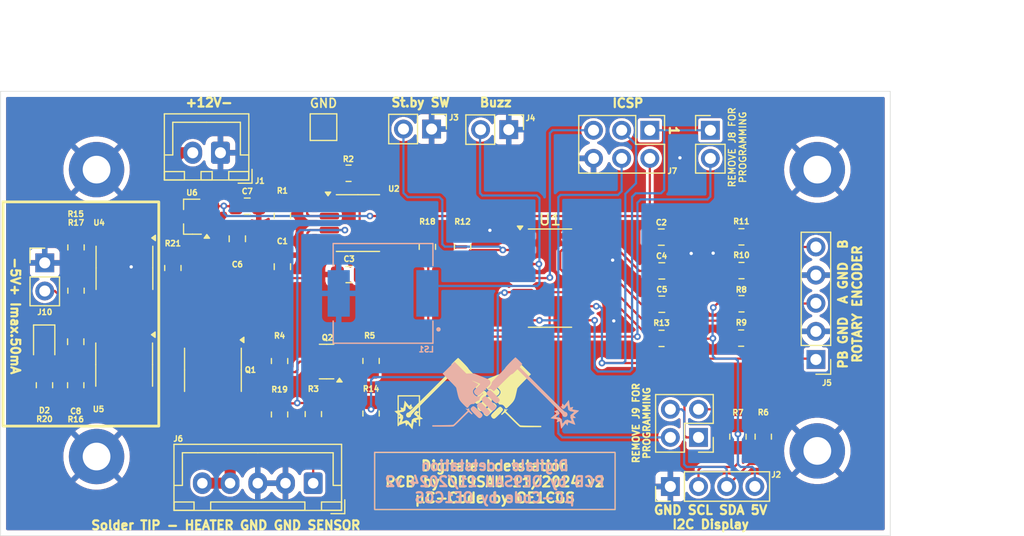
<source format=kicad_pcb>
(kicad_pcb (version 20240108) (generator "pcbnew") (generator_version "8.0")
  (layers (0 "F.Cu" signal) (31 "B.Cu" signal) (34 "B.Paste" user) (35 "F.Paste" user) (36 "B.SilkS" user "B.Silkscreen") (37 "F.SilkS" user "F.Silkscreen") (38 "B.Mask" user) (39 "F.Mask" user) (44 "Edge.Cuts" user))
  (net 0 "")
  (net 1 "GND")
  (net 2 "Net-(U2-+)")
  (net 3 "+5V")
  (net 4 "Net-(U1-PA3)")
  (net 5 "+12V")
  (net 6 "Net-(J2-Pin_2)")
  (net 7 "Net-(J2-Pin_3)")
  (net 8 "Net-(J3-Pin_2)")
  (net 9 "Net-(J4-Pin_2)")
  (net 10 "Net-(J5-Pin_1)")
  (net 11 "Net-(J5-Pin_3)")
  (net 12 "Net-(J5-Pin_5)")
  (net 13 "Net-(J6-Pin_4)")
  (net 14 "Net-(J6-Pin_1)")
  (net 15 "Net-(J8-Pin_2)")
  (net 16 "Net-(J7-MISO)")
  (net 17 "Net-(Q1-G)")
  (net 18 "Net-(Q2-G)")
  (net 19 "Net-(U2--)")
  (net 20 "Net-(R18-Pad1)")
  (net 24 "Net-(J7-~{RST})")
  (net 25 "Net-(U1-AREF{slash}PA0)")
  (net 26 "Net-(U1-PA1)")
  (net 27 "Net-(U1-PB2)")
  (net 28 "Net-(D1-A)")
  (net 30 "Net-(J7-MOSI)")
  (net 31 "Net-(J7-SCK)")
  (net 32 "Net-(U5-ADJ)")
  (net 33 "Net-(R15-Pad1)")
  (net 38 "Net-(J10-Pin_2)")
  (net 39 "Net-(D2-A)")
  (net 40 "Net-(U4-ADJ)")
  (net 41 "Net-(U4-VI)")
  (footprint "Resistor_SMD:R_0805_2012Metric_Pad1.20x1.40mm_HandSolder" (layer "F.Cu") (at 139.2174 85.6648 90)
    (property "Reference" "R12")
    (property "Value" "10k")
  )
  (footprint "Capacitor_SMD:C_0805_2012Metric_Pad1.18x1.45mm_HandSolder" (layer "F.Cu") (at 128.9597 88.17 180)
    (property "Reference" "C3")
    (property "Value" "10nF")
  )
  (footprint "Resistor_SMD:R_0805_2012Metric_Pad1.20x1.40mm_HandSolder" (layer "F.Cu") (at 125.7554 100.7712 90)
    (property "Reference" "R3")
    (property "Value" "5K6")
  )
  (footprint "Resistor_SMD:R_0805_2012Metric_Pad1.20x1.40mm_HandSolder" (layer "F.Cu") (at 164.3794 87.8144)
    (property "Reference" "R10")
    (property "Value" "10k")
  )
  (footprint "Resistor_SMD:R_0805_2012Metric_Pad1.20x1.40mm_HandSolder" (layer "F.Cu") (at 104.3432 85.7186 -90)
    (property "Reference" "R15")
    (property "Value" "27")
  )
  (footprint "Capacitor_SMD:C_0805_2012Metric_Pad1.18x1.45mm_HandSolder" (layer "F.Cu") (at 157.1889 90.8498 180)
    (property "Reference" "C5")
    (property "Value" "10nF")
  )
  (footprint "MountingHole:MountingHole_2.5mm_Pad" (layer "F.Cu") (at 106.1974 78.6958)
    (property "Reference" "H1" (hide yes))
    (property "Value" "MountingHole_Pad" (hide yes))
  )
  (footprint "Resistor_SMD:R_0805_2012Metric_Pad1.20x1.40mm_HandSolder" (layer "F.Cu") (at 104.3432 89.6272 -90)
    (property "Reference" "R17")
    (property "Value" "750")
  )
  (footprint "Resistor_SMD:R_0805_2012Metric_Pad1.20x1.40mm_HandSolder" (layer "F.Cu") (at 136.0424 85.6714 -90)
    (property "Reference" "R18")
    (property "Value" "5K6")
  )
  (footprint "Connector_PinHeader_2.54mm:PinHeader_1x04_P2.54mm_Vertical" (layer "F.Cu") (at 157.9626 107.3089 90)
    (property "Reference" "J2")
    (property "Value" "I2C")
  )
  (footprint "Resistor_SMD:R_0805_2012Metric_Pad1.20x1.40mm_HandSolder" (layer "F.Cu") (at 122.7074 95.9802 -90)
    (property "Reference" "R4")
    (property "Value" "10K")
  )
  (footprint "Resistor_SMD:R_0805_2012Metric_Pad1.20x1.40mm_HandSolder" (layer "F.Cu") (at 113.0808 87.5792 90)
    (property "Reference" "R21")
    (property "Value" "0")
  )
  (footprint "Resistor_SMD:R_0805_2012Metric_Pad1.20x1.40mm_HandSolder" (layer "F.Cu") (at 130.9624 95.9706 90)
    (property "Reference" "R5")
    (property "Value" "1K")
  )
  (footprint "Package_TO_SOT_SMD:SOT-23" (layer "F.Cu") (at 126.9469 96.0272 180)
    (property "Reference" "Q2")
    (property "Value" "IRLML2060")
  )
  (footprint "Resistor_SMD:R_0805_2012Metric_Pad1.20x1.40mm_HandSolder" (layer "F.Cu") (at 122.7074 100.8032 90)
    (property "Reference" "R19")
    (property "Value" "100k")
  )
  (footprint "Connector_PinHeader_2.54mm:PinHeader_1x02_P2.54mm_Vertical" (layer "F.Cu") (at 161.5694 75.1398)
    (property "Reference" "J8" (hide yes))
    (property "Value" "PROG-JUMP")
  )
  (footprint "Connector_PinHeader_2.54mm:PinHeader_1x02_P2.54mm_Vertical" (layer "F.Cu") (at 143.383 75.0824 -90)
    (property "Reference" "J4")
    (property "Value" "Buzz")
  )
  (footprint "MountingHole:MountingHole_2.5mm_Pad" (layer "F.Cu") (at 106.1974 104.6038)
    (property "Reference" "H3" (hide yes))
    (property "Value" "MountingHole_Pad" (hide yes))
  )
  (footprint "Connector_PinHeader_2.54mm:PinHeader_2x03_P2.54mm_Vertical" (layer "F.Cu") (at 156.1084 75.1398 -90)
    (property "Reference" "J7")
    (property "Value" "ISP")
  )
  (footprint "Package_TO_SOT_SMD:SOT-23_Handsoldering" (layer "F.Cu") (at 114.8066 82.9478 180)
    (property "Reference" "U6")
    (property "Value" "MCP1703Ax-120xxTT")
  )
  (footprint "Package_SO:SOIC-8_3.9x4.9mm_P1.27mm" (layer "F.Cu") (at 108.6866 96.3026 -90)
    (property "Reference" "U5")
    (property "Value" "LM317L_SO8")
  )
  (footprint "Connector_JST:JST_XH_B2B-XH-A_1x02_P2.50mm_Vertical" (layer "F.Cu") (at 117.3734 77.1718 180)
    (property "Reference" "J1")
    (property "Value" "12V POW")
  )
  (footprint "Capacitor_SMD:C_0805_2012Metric_Pad1.18x1.45mm_HandSolder" (layer "F.Cu") (at 122.9614 87.4588 90)
    (property "Reference" "C1")
    (property "Value" "10nF")
  )
  (footprint "Package_SO:SO-8_3.9x4.9mm_P1.27mm" (layer "F.Cu") (at 129.7782 83.5218)
    (property "Reference" "U2")
    (property "Value" "OPA336Ux")
  )
  (footprint "MountingHole:MountingHole_2.5mm_Pad" (layer "F.Cu") (at 171.2214 104.0958)
    (property "Reference" "H2" (hide yes))
    (property "Value" "MountingHole_Pad" (hide yes))
  )
  (footprint "Capacitor_SMD:C_0805_2012Metric_Pad1.18x1.45mm_HandSolder" (layer "F.Cu") (at 157.1889 87.8398)
    (property "Reference" "C4")
    (property "Value" "10nF")
  )
  (footprint "Resistor_SMD:R_0805_2012Metric_Pad1.20x1.40mm_HandSolder" (layer "F.Cu") (at 164.3794 90.8116 180)
    (property "Reference" "R8")
    (property "Value" "10k")
  )
  (footprint "Package_SO:SOIC-8_3.9x4.9mm_P1.27mm" (layer "F.Cu") (at 116.695 96.7734 -90)
    (property "Reference" "Q1")
    (property "Value" "IRF7416")
  )
  (footprint "Connector_PinHeader_2.54mm:PinHeader_1x02_P2.54mm_Vertical" (layer "F.Cu") (at 101.5238 87.117)
    (property "Reference" "J10")
    (property "Value" "5V/50mA")
  )
  (footprint "Resistor_SMD:R_0805_2012Metric_Pad1.20x1.40mm_HandSolder" (layer "F.Cu") (at 164.3474 93.9104 180)
    (property "Reference" "R9")
    (property "Value" "10k")
  )
  (footprint "Resistor_SMD:R_0805_2012Metric_Pad1.20x1.40mm_HandSolder" (layer "F.Cu") (at 130.9624 100.7204 90)
    (property "Reference" "R14")
    (property "Value" "10k")
  )
  (footprint "Resistor_SMD:R_0805_2012Metric_Pad1.20x1.40mm_HandSolder" (layer "F.Cu") (at 101.4984 98.1616 -90)
    (property "Reference" "R20")
    (property "Value" "10k")
  )
  (footprint "Resistor_SMD:R_0805_2012Metric_Pad1.20x1.40mm_HandSolder" (layer "F.Cu") (at 164.0586 102.8098 90)
    (property "Reference" "R7")
    (property "Value" "4k7")
  )
  (footprint "Capacitor_SMD:C_0805_2012Metric_Pad1.18x1.45mm_HandSolder" (layer "F.Cu") (at 119.7903 81.9978)
    (property "Reference" "C7")
    (property "Value" "1uF")
  )
  (footprint "Resistor_SMD:R_0805_2012Metric_Pad1.20x1.40mm_HandSolder" (layer "F.Cu") (at 128.9304 79.026)
    (property "Reference" "R2")
    (property "Value" "68k")
  )
  (footprint "Resistor_SMD:R_0805_2012Metric_Pad1.20x1.40mm_HandSolder" (layer "F.Cu") (at 122.9614 82.8708 90)
    (property "Reference" "R1")
    (property "Value" "100R")
  )
  (footprint "LED_SMD:LED_0805_2012Metric" (layer "F.Cu") (at 134.366 100.8103 -90)
    (property "Reference" "D1" (hide yes))
    (property "Value" "LED" (hide yes))
  )
  (footprint "Resistor_SMD:R_0805_2012Metric_Pad1.20x1.40mm_HandSolder" (layer "F.Cu") (at 104.3178 98.1616 -90)
    (property "Reference" "R16")
    (property "Value" "240")
  )
  (footprint "Resistor_SMD:R_0805_2012Metric_Pad1.20x1.40mm_HandSolder" (layer "F.Cu") (at 164.3728 84.7664 180)
    (property "Reference" "R11")
    (property "Value" "10k")
  )
  (footprint "Capacitor_SMD:C_0805_2012Metric_Pad1.18x1.45mm_HandSolder" (layer "F.Cu") (at 104.3178 94.2367 90)
    (property "Reference" "C8")
    (property "Value" "1uF")
  )
  (footprint "LED_SMD:LED_0805_2012Metric" (layer "F.Cu") (at 101.473 94.4118 -90)
    (property "Reference" "D2")
    (property "Value" "LED")
  )
  (footprint "Capacitor_SMD:C_0805_2012Metric_Pad1.18x1.45mm_HandSolder" (layer "F.Cu") (at 118.8974 84.9403 90)
    (property "Reference" "C6")
    (property "Value" "1uF")
  )
  (footprint "TestPoint:TestPoint_Pad_2.0x2.0mm" (layer "F.Cu") (at 126.6698 74.8604)
    (property "Reference" "GND")
    (property "Value" "GND")
  )
  (footprint "Connector_PinHeader_2.54mm:PinHeader_1x02_P2.54mm_Vertical" (layer "F.Cu") (at 136.4234 75.0316 -90)
    (property "Reference" "J3")
    (property "Value" "Std.by")
  )
  (footprint "LOGO" (layer "F.Cu") (at 139.8524 98.7552)
    (property "Reference" "G10" (hide yes))
    (property "Value" "LOGO" (hide yes))
  )
  (footprint "Package_SO:SOIC-8_3.9x4.9mm_P1.27mm" (layer "F.Cu") (at 108.712 87.565 -90)
    (property "Reference" "U4")
    (property "Value" "LM317L_SO8")
  )
  (footprint "Package_SO:SOIC-14_3.9x8.7mm_P1.27mm" (layer "F.Cu") (at 147.1026 88.4936)
    (property "Reference" "U1")
    (property "Value" "ATtiny84-20SS")
  )
  (footprint "Connector_PinHeader_2.54mm:PinHeader_1x05_P2.54mm_Vertical" (layer "F.Cu") (at 171.0944 95.8408 180)
    (property "Reference" "J5")
    (property "Value" "Conn_01x05_Pin")
  )
  (footprint "Resistor_SMD:R_0805_2012Metric_Pad1.20x1.40mm_HandSolder" (layer "F.Cu") (at 166.3446 102.8098 90)
    (property "Reference" "R6")
    (property "Value" "4k7")
  )
  (footprint "MountingHole:MountingHole_2.5mm_Pad" (layer "F.Cu") (at 171.2214 78.6958)
    (property "Reference" "H4" (hide yes))
    (property "Value" "MountingHole_Pad" (hide yes))
  )
  (footprint "Resistor_SMD:R_0805_2012Metric_Pad1.20x1.40mm_HandSolder" (layer "F.Cu") (at 157.1674 93.9358)
    (property "Reference" "R13")
    (property "Value" "10k")
  )
  (footprint "Connector_JST:JST_XH_B5B-XH-A_1x05_P2.50mm_Vertical" (layer "F.Cu") (at 125.7408 107.0102 180)
    (property "Reference" "J6")
    (property "Value" "Tip")
  )
  (footprint "Capacitor_SMD:C_0805_2012Metric_Pad1.18x1.45mm_HandSolder" (layer "F.Cu") (at 157.1459 84.7918)
    (property "Reference" "C2")
    (property "Value" "100nF")
  )
  (footprint "Connector_PinHeader_2.54mm:PinHeader_2x02_P2.54mm_Vertical" (layer "F.Cu") (at 160.5026 102.8766 180)
    (property "Reference" "J9" (hide yes))
    (property "Value" "PROG-JUMP2")
  )
  (footprint "LOGO" (layer "B.Cu") (at 142.948334 98.7044 180)
    (property "Reference" "G10" (hide yes))
    (property "Value" "LOGO" (hide yes))
  )
  (footprint "CPT-9019S-SMT:CUI_CPT-9019S-SMT" (layer "B.Cu") (at 132.0424 89.8718 90)
    (property "Reference" "LS1")
    (property "Value" "CPT-9019S-SMT" (hide yes))
  )
  (gr_rect (start 97.7646 81.6102) (end 111.8108 101.854) (stroke (width 0.25)) (fill none) (layer "F.SilkS"))
  (gr_line (start 97.536 71.628) (end 177.8 71.628) (stroke (width 0.05)) (layer "Edge.Cuts"))
  (gr_line (start 177.8 71.628) (end 177.8 111.76) (stroke (width 0.05)) (layer "Edge.Cuts"))
  (gr_line (start 177.8 111.76) (end 97.536 111.76) (stroke (width 0.05)) (layer "Edge.Cuts"))
  (gr_line (start 97.536 111.76) (end 97.536 71.628) (stroke (width 0.05)) (layer "Edge.Cuts"))
  (gr_text "REMOVE J8 FOR\nPROGRAMMING" (at 164.846 76.6826 90) (layer "F.SilkS") (effects (font (size 0.6 0.6) (thickness 0.12) (bold yes)) (justify bottom)))
  (gr_text "1" (at 157.8102 74.6572 -90) (layer "F.SilkS") (effects (font (size 0.8 0.8) (thickness 0.2) (bold yes)) (justify left bottom)))
  (gr_text "ICSP" (at 152.6286 73.1586 0) (layer "F.SilkS") (effects (font (size 0.8 0.8) (thickness 0.2) (bold yes)) (justify left bottom)))
  (gr_text "PB GND  A GND  B\nROTARY ENCODER" (at 175.2854 90.837 90) (layer "F.SilkS") (effects (font (size 0.8 0.8) (thickness 0.2) (bold yes)) (justify bottom)))
  (gr_text "REMOVE J9 FOR\nPROGRAMMING" (at 156.1846 101.5812 90) (layer "F.SilkS") (effects (font (size 0.6 0.6) (thickness 0.15) (bold yes)) (justify bottom)))
  (gr_text "Solder TIP - HEATER GND GND SENSOR" (at 117.856 111.2774 0) (layer "F.SilkS") (effects (font (size 0.8 0.8) (thickness 0.2) (bold yes)) (justify bottom)))
  (gr_text "St.by SW" (at 132.6896 73.1012 0) (layer "F.SilkS") (effects (font (size 0.8 0.8) (thickness 0.2) (bold yes)) (justify left bottom)))
  (gr_text "GND SCL SDA 5V\nI2C Display" (at 161.5948 111.1951 0) (layer "F.SilkS") (effects (font (size 0.8 0.8) (thickness 0.2) (bold yes)) (justify bottom)))
  (gr_text "-5V+ Imax.50mA" (at 98.3996 86.5124 270) (layer "F.SilkS") (effects (font (size 0.8 0.8) (thickness 0.2) (bold yes)) (justify left bottom)))
  (gr_text "Buzz" (at 140.6652 73.1012 0) (layer "F.SilkS") (effects (font (size 0.8 0.8) (thickness 0.2) (bold yes)) (justify left bottom)))
  (gr_text "+12V-" (at 114.1222 73.1078 0) (layer "F.SilkS") (effects (font (size 0.8 0.8) (thickness 0.2) (bold yes)) (justify left bottom)))
  (gr_text_box "Digitale Loetstation\nPCB by OE9SAU 11/2024 v2\nµC-Code by OE1CGS" (start 131.2672 104.2162) (end 152.9588 109.3724) (layer "B.SilkS") (effects (font (size 0.9 0.9) (thickness 0.2) (bold yes)) (justify top mirror)) (border yes) (stroke (width 0.1)))
  (gr_text_box "Digitale Loetstation\nPCB by OE9SAU 11/2024 v2\nµC-Code by OE1CGS" (start 131.2926 104.2416) (end 152.9842 109.3978) (layer "F.SilkS") (effects (font (size 0.9 0.9) (thickness 0.2) (bold yes)) (justify top)) (border yes) (stroke (width 0.1)))
  (segment (start 120.7408 107.347) (end 120.7538 107.36) (width 1) (layer "F.Cu") (net 1))
  (via (at 161.8234 86.2396) (size 0.6) (drill 0.3) (layers "F.Cu" "B.Cu") (net 1))
  (via (at 152.7556 86.868) (size 0.6) (drill 0.3) (layers "F.Cu" "B.Cu") (net 1))
  (via (at 109.3216 87.4776) (size 0.6) (drill 0.3) (layers "F.Cu" "B.Cu") (net 1))
  (via (at 159.8422 86.265) (size 0.6) (drill 0.3) (layers "F.Cu" "B.Cu") (net 1))
  (via (at 152.8572 92.3544) (size 0.6) (drill 0.3) (layers "F.Cu" "B.Cu") (net 1))
  (via (at 141.6812 84.1756) (size 0.6) (drill 0.3) (layers "F.Cu" "B.Cu") (net 1))
  (via (at 158.8262 77.629) (size 0.6) (drill 0.3) (layers "F.Cu" "B.Cu") (net 1))
  (segment (start 124.2756 99.8032) (end 124.3076 99.7712) (width 0.2) (layer "F.Cu") (net 2))
  (segment (start 124.9465 88.4963) (end 122.9614 88.4963) (width 0.2) (layer "F.Cu") (net 2))
  (segment (start 122.7074 99.8032) (end 124.2756 99.8032) (width 0.2) (layer "F.Cu") (net 2))
  (segment (start 125.222 88.2208) (end 124.9465 88.4963) (width 0.2) (layer "F.Cu") (net 2))
  (segment (start 125.222 84.4108) (end 125.222 88.2208) (width 0.2) (layer "F.Cu") (net 2))
  (segment (start 124.3076 99.7712) (end 125.7554 99.7712) (width 0.2) (layer "F.Cu") (net 2))
  (segment (start 125.476 84.1568) (end 125.222 84.4108) (width 0.2) (layer "F.Cu") (net 2))
  (segment (start 128.6002 84.1568) (end 125.476 84.1568) (width 0.2) (layer "F.Cu") (net 2))
  (via (at 124.3076 99.7712) (size 0.6) (drill 0.3) (layers "F.Cu" "B.Cu") (net 2))
  (via (at 128.6002 84.1568) (size 0.6) (drill 0.3) (layers "F.Cu" "B.Cu") (net 2))
  (segment (start 124.3076 84.4296) (end 124.5804 84.1568) (width 0.2) (layer "B.Cu") (net 2))
  (segment (start 124.5804 84.1568) (end 128.6002 84.1568) (width 0.2) (layer "B.Cu") (net 2))
  (segment (start 124.3076 99.7712) (end 124.3076 84.4296) (width 0.2) (layer "B.Cu") (net 2))
  (segment (start 164.3888 83.1662) (end 164.1348 82.9122) (width 0.2) (layer "F.Cu") (net 3))
  (segment (start 143.9887 82.8907) (end 156.1084 82.8907) (width 0.2) (layer "F.Cu") (net 3))
  (segment (start 116.3066 81.9978) (end 117.6528 81.9978) (width 0.2) (layer "F.Cu") (net 3))
  (segment (start 158.192 93.9604) (end 161.7734 93.9604) (width 0.2) (layer "F.Cu") (net 3))
  (segment (start 132.8706 82.8868) (end 132.8745 82.8907) (width 0.2) (layer "F.Cu") (net 3))
  (segment (start 139.2174 82.9161) (end 139.192 82.8907) (width 0.2) (layer "F.Cu") (net 3))
  (segment (start 162.2044 90.7862) (end 163.3794 90.7862) (width 0.2) (layer "F.Cu") (net 3))
  (segment (start 130.8608 82.8868) (end 132.8706 82.8868) (width 0.2) (layer "F.Cu") (net 3))
  (segment (start 158.1674 93.9358) (end 158.192 93.9604) (width 0.2) (layer "F.Cu") (net 3))
  (segment (start 161.8361 91.1545) (end 162.2044 90.7862) (width 0.2) (layer "F.Cu") (net 3))
  (segment (start 161.7734 93.9604) (end 161.798 93.9358) (width 0.2) (layer "F.Cu") (net 3))
  (segment (start 139.192 82.8907) (end 143.9887 82.8907) (width 0.2) (layer "F.Cu") (net 3))
  (segment (start 156.1084 77.6798) (end 156.1084 78.8315) (width 0.2) (layer "F.Cu") (net 3))
  (segment (start 117.6782 81.9724) (end 117.7036 81.9978) (width 0.2) (layer "F.Cu") (net 3))
  (segment (start 144.526 82.8907) (end 143.9887 82.8907) (width 0.2) (layer "F.Cu") (net 3))
  (segment (start 156.1084 84.7918) (end 156.1084 82.8907) (width 0.2) (layer "F.Cu") (net 3))
  (segment (start 117.6528 81.9978) (end 117.6782 81.9724) (width 0.2) (layer "F.Cu") (net 3))
  (segment (start 166.3446 101.8098) (end 164.0586 101.8098) (width 0.2) (layer "F.Cu") (net 3))
  (segment (start 163.3794 90.7862) (end 163.3794 87.8144) (width 0.2) (layer "F.Cu") (net 3))
  (segment (start 163.3794 87.8144) (end 164.3888 86.805) (width 0.2) (layer "F.Cu") (net 3))
  (segment (start 164.3888 86.805) (end 164.3888 83.1662) (width 0.2) (layer "F.Cu") (net 3))
  (segment (start 164.0586 102.5652) (end 164.0586 101.8098) (width 0.2) (layer "F.Cu") (net 3))
  (segment (start 117.7036 81.9978) (end 118.7528 81.9978) (width 0.2) (layer "F.Cu") (net 3))
  (segment (start 156.1084 78.8315) (end 156.1084 82.8907) (width 0.2) (layer "F.Cu") (net 3))
  (segment (start 144.526 84.6648) (end 144.526 82.8907) (width 0.2) (layer "F.Cu") (net 3))
  (segment (start 164.1133 82.8907) (end 164.2618 83.0392) (width 0.2) (layer "F.Cu") (net 3))
  (segment (start 139.2174 84.6648) (end 139.2174 82.9161) (width 0.2) (layer "F.Cu") (net 3))
  (segment (start 156.1084 82.8907) (end 164.1133 82.8907) (width 0.2) (layer "F.Cu") (net 3))
  (segment (start 158.1674 93.9358) (end 158.6728 94.4412) (width 0.2) (layer "F.Cu") (net 3))
  (segment (start 132.8745 82.8907) (end 139.192 82.8907) (width 0.2) (layer "F.Cu") (net 3))
  (via (at 161.8361 91.1545) (size 0.6) (drill 0.3) (layers "F.Cu" "B.Cu") (net 3))
  (via (at 161.798 93.9358) (size 0.6) (drill 0.3) (layers "F.Cu" "B.Cu") (net 3))
  (via (at 117.6782 81.9724) (size 0.6) (drill 0.3) (layers "F.Cu" "B.Cu") (net 3))
  (via (at 164.0586 102.5652) (size 0.6) (drill 0.3) (layers "F.Cu" "B.Cu") (net 3))
  (via (at 130.8608 82.8868) (size 0.6) (drill 0.3) (layers "F.Cu" "B.Cu") (net 3))
  (segment (start 164.3126 105.5436) (end 164.0586 105.2896) (width 0.2) (layer "B.Cu") (net 3))
  (segment (start 165.5826 107.3089) (end 165.5826 105.7722) (width 0.2) (layer "B.Cu") (net 3))
  (segment (start 117.9322 82.8868) (end 117.6782 82.6328) (width 0.2) (layer "B.Cu") (net 3))
  (segment (start 161.7726 93.9104) (end 161.798 93.9358) (width 0.2) (layer "B.Cu") (net 3))
  (segment (start 165.354 105.5436) (end 164.3126 105.5436) (width 0.2) (layer "B.Cu") (net 3))
  (segment (start 161.8361 91.1545) (end 161.7726 91.218) (width 0.2) (layer "B.Cu") (net 3))
  (segment (start 161.798 95.536) (end 161.798 93.9358) (width 0.2) (layer "B.Cu") (net 3))
  (segment (start 162.0266 95.7646) (end 161.798 95.536) (width 0.2) (layer "B.Cu") (net 3))
  (segment (start 161.7726 91.218) (end 161.7726 93.9104) (width 0.2) (layer "B.Cu") (net 3))
  (segment (start 164.0586 105.2896) (end 164.0586 95.9678) (width 0.2) (layer "B.Cu") (net 3))
  (segment (start 165.5826 105.7722) (end 165.354 105.5436) (width 0.2) (layer "B.Cu") (net 3))
  (segment (start 117.6782 82.6328) (end 117.6782 81.9724) (width 0.2) (layer "B.Cu") (net 3))
  (segment (start 130.8608 82.8868) (end 117.9322 82.8868) (width 0.2) (layer "B.Cu") (net 3))
  (segment (start 164.0586 95.9678) (end 163.8554 95.7646) (width 0.2) (layer "B.Cu") (net 3))
  (segment (start 163.8554 95.7646) (end 162.0266 95.7646) (width 0.2) (layer "B.Cu") (net 3))
  (segment (start 147.066 90.0176) (end 147.32 89.7636) (width 0.2) (layer "F.Cu") (net 4))
  (segment (start 130.0187 88.1485) (end 130.0187 86.9547) (width 0.2) (layer "F.Cu") (net 4))
  (segment (start 136.1186 92.9894) (end 136.3472 93.218) (width 0.2) (layer "F.Cu") (net 4))
  (segment (start 147.32 89.7636) (end 149.5776 89.7636) (width 0.2) (layer "F.Cu") (net 4))
  (segment (start 147.066 93.0148) (end 147.066 90.0176) (width 0.2) (layer "F.Cu") (net 4))
  (segment (start 146.8628 93.218) (end 147.066 93.0148) (width 0.2) (layer "F.Cu") (net 4))
  (segment (start 136.3472 93.218) (end 146.8628 93.218) (width 0.2) (layer "F.Cu") (net 4))
  (segment (start 130.2976 86.6758) (end 136.1186 86.6758) (width 0.2) (layer "F.Cu") (net 4))
  (segment (start 136.1186 86.6758) (end 136.1186 92.9894) (width 0.2) (layer "F.Cu") (net 4))
  (segment (start 130.0187 86.9547) (end 130.2976 86.6758) (width 0.2) (layer "F.Cu") (net 4))
  (segment (start 113.3066 77.6506) (end 113.3066 80.6196) (width 1) (layer "F.Cu") (net 5))
  (segment (start 118.6 94.9802) (end 122.7074 94.9802) (width 0.2) (layer "F.Cu") (net 5))
  (segment (start 118.6725 95.0384) (end 116.8275 95.0384) (width 0.5) (layer "F.Cu") (net 5))
  (segment (start 115.81 94.8384) (end 118.35 94.8384) (width 0.5) (layer "F.Cu") (net 5))
  (segment (start 113.35 86.31) (end 113.35 82.9912) (width 1) (layer "F.Cu") (net 5))
  (segment (start 113.0808 86.5792) (end 113.3 86.36) (width 1) (layer "F.Cu") (net 5))
  (segment (start 116.08 93.5784) (end 116.06 93.5984) (width 0.5) (layer "F.Cu") (net 5))
  (segment (start 113.0808 86.5792) (end 113.5516 87.05) (width 0.2) (layer "F.Cu") (net 5))
  (segment (start 118.67125 93.2484) (end 116.08875 93.2484) (width 0.5) (layer "F.Cu") (net 5))
  (segment (start 113.7854 77.1718) (end 113.3066 77.6506) (width 1) (layer "F.Cu") (net 5))
  (segment (start 118.6 94.2984) (end 118.6 94.9802) (width 0.2) (layer "F.Cu") (net 5))
  (segment (start 115.94 94.0084) (end 118.48 94.0084) (width 0.5) (layer "F.Cu") (net 5))
  (segment (start 115.8 95.2884) (end 115.8 92.4984) (width 0.5) (layer "F.Cu") (net 5))
  (segment (start 115.81 94.5284) (end 118.35 94.5284) (width 0.5) (layer "F.Cu") (net 5))
  (segment (start 116.06 87.0024) (end 116.06 94.81) (width 1) (layer "F.Cu") (net 5))
  (segment (start 113.0808 86.5792) (end 113.35 86.31) (width 1) (layer "F.Cu") (net 5))
  (segment (start 122.3394 94.9482) (end 122.7074 94.5802) (width 0.2) (layer "F.Cu") (net 5))
  (segment (start 118.6625 93.5784) (end 116.08 93.5784) (width 0.5) (layer "F.Cu") (net 5))
  (segment (start 118.71 93.2484) (end 118.71 95.2284) (width 0.5) (layer "F.Cu") (net 5))
  (segment (start 115.79 95.2984) (end 118.71 95.2984) (width 0.5) (layer "F.Cu") (net 5))
  (segment (start 114.8734 77.1718) (end 113.7854 77.1718) (width 1) (layer "F.Cu") (net 5))
  (segment (start 118.6 94.2984) (end 117.87 95.0284) (width 0.5) (layer "F.Cu") (net 5))
  (segment (start 115.4176 86.36) (end 116.06 87.0024) (width 1) (layer "F.Cu") (net 5))
  (segment (start 118.71 95.2284) (end 118.64 95.2984) (width 0.5) (layer "F.Cu") (net 5))
  (segment (start 115.79 95.2984) (end 115.8 95.2884) (width 0.5) (layer "F.Cu") (net 5))
  (segment (start 115.79 95.0384) (end 118.33 95.0384) (width 0.5) (layer "F.Cu") (net 5))
  (segment (start 113.3066 80.6196) (end 113.3066 82.9478) (width 1) (layer "F.Cu") (net 5))
  (segment (start 118.8974 85.9778) (end 113.6822 85.9778) (width 0.2) (layer "F.Cu") (net 5))
  (segment (start 116.06 94.2984) (end 118.6 94.2984) (width 0.5) (layer "F.Cu") (net 5))
  (segment (start 113.6822 85.9778) (end 113.0808 86.5792) (width 0.2) (layer "F.Cu") (net 5))
  (segment (start 113.35 82.9912) (end 113.3066 82.9478) (width 1) (layer "F.Cu") (net 5))
  (segment (start 117.87 95.0284) (end 116.025 95.0284) (width 0.5) (layer "F.Cu") (net 5))
  (segment (start 113.3 86.36) (end 115.4176 86.36) (width 1) (layer "F.Cu") (net 5))
  (segment (start 160.5026 107.3089) (end 160.5026 105.7976) (width 0.2) (layer "F.Cu") (net 6))
  (segment (start 162.5092 100.3366) (end 160.5026 100.3366) (width 0.2) (layer "F.Cu") (net 6))
  (segment (start 160.5026 105.7976) (end 160.7566 105.5436) (width 0.2) (layer "F.Cu") (net 6))
  (segment (start 163.7284 105.5436) (end 164.0586 105.2134) (width 0.2) (layer "F.Cu") (net 6))
  (segment (start 160.6296 107.1819) (end 160.5026 107.3089) (width 0.2) (layer "F.Cu") (net 6))
  (segment (start 163.036 103.8098) (end 162.7632 103.537) (width 0.2) (layer "F.Cu") (net 6))
  (segment (start 160.7566 105.5436) (end 163.7284 105.5436) (width 0.2) (layer "F.Cu") (net 6))
  (segment (start 162.7632 103.537) (end 162.7632 100.5906) (width 0.2) (layer "F.Cu") (net 6))
  (segment (start 164.0586 105.2134) (end 164.0586 103.8098) (width 0.2) (layer "F.Cu") (net 6))
  (segment (start 164.0586 103.8098) (end 163.036 103.8098) (width 0.2) (layer "F.Cu") (net 6))
  (segment (start 162.7632 100.5906) (end 162.5092 100.3366) (width 0.2) (layer "F.Cu") (net 6))
  (segment (start 166.3446 104.934) (end 166.007515 105.271085) (width 0.2) (layer "F.Cu") (net 7))
  (segment (start 166.007515 105.271085) (end 165.080415 105.271085) (width 0.2) (layer "F.Cu") (net 7))
  (segment (start 166.3446 103.8098) (end 166.3446 104.934) (width 0.2) (layer "F.Cu") (net 7))
  (segment (start 165.080415 105.271085) (end 163.0426 107.3089) (width 0.2) (layer "F.Cu") (net 7))
  (segment (start 162.8394 105.5436) (end 163.0426 105.7468) (width 0.2) (layer "B.Cu") (net 7))
  (segment (start 158.9786 100.3366) (end 159.2072 100.5652) (width 0.2) (layer "B.Cu") (net 7))
  (segment (start 157.9626 100.3366) (end 158.9786 100.3366) (width 0.2) (layer "B.Cu") (net 7))
  (segment (start 159.2072 100.5652) (end 159.2072 105.315) (width 0.2) (layer "B.Cu") (net 7))
  (segment (start 159.2072 105.315) (end 159.4358 105.5436) (width 0.2) (layer "B.Cu") (net 7))
  (segment (start 163.0426 105.7468) (end 163.0426 107.3089) (width 0.2) (layer "B.Cu") (net 7))
  (segment (start 159.4358 105.5436) (end 162.8394 105.5436) (width 0.2) (layer "B.Cu") (net 7))
  (segment (start 142.8496 85.9536) (end 139.9286 85.9536) (width 0.2) (layer "F.Cu") (net 8))
  (segment (start 139.9286 85.9536) (end 139.2174 86.6648) (width 0.2) (layer "F.Cu") (net 8))
  (segment (start 142.8496 85.9536) (end 144.6276 85.9536) (width 0.2) (layer "F.Cu") (net 8))
  (via (at 142.8496 85.9536) (size 0.6) (drill 0.3) (layers "F.Cu" "B.Cu") (net 8))
  (segment (start 142.5448 85.6488) (end 142.8496 85.9536) (width 0.2) (layer "B.Cu") (net 8))
  (segment (start 133.8834 74.8604) (end 133.8834 80.7974) (width 0.2) (layer "B.Cu") (net 8))
  (segment (start 137.1346 81.185) (end 137.3886 81.439) (width 0.2) (layer "B.Cu") (net 8))
  (segment (start 133.8834 80.7974) (end 134.271 81.185) (width 0.2) (layer "B.Cu") (net 8))
  (segment (start 137.3886 85.4202) (end 137.6172 85.6488) (width 0.2) (layer "B.Cu") (net 8))
  (segment (start 137.3886 81.439) (end 137.3886 85.4202) (width 0.2) (layer "B.Cu") (net 8))
  (segment (start 134.271 81.185) (end 137.1346 81.185) (width 0.2) (layer "B.Cu") (net 8))
  (segment (start 137.6172 85.6488) (end 142.5448 85.6488) (width 0.2) (layer "B.Cu") (net 8))
  (segment (start 146.05 87.2236) (end 144.6276 87.2236) (width 0.2) (layer "F.Cu") (net 9))
  (via (at 146.1008 87.2236) (size 0.6) (drill 0.3) (layers "F.Cu" "B.Cu") (net 9))
  (segment (start 140.7922 80.8228) (end 141.002 81.0326) (width 0.2) (layer "B.Cu") (net 9))
  (segment (start 140.843 75.0824) (end 140.7922 75.1332) (width 0.2) (layer "B.Cu") (net 9))
  (segment (start 136.7094 89.2048) (end 136.0424 89.8718) (width 0.2) (layer "B.Cu") (net 9))
  (segment (start 146.1516 89.0016) (end 145.9484 89.2048) (width 0.2) (layer "B.Cu") (net 9))
  (segment (start 146.1516 81.28) (end 146.1516 89.0016) (width 0.2) (layer "B.Cu") (net 9))
  (segment (start 145.9484 89.2048) (end 136.7094 89.2048) (width 0.2) (layer "B.Cu") (net 9))
  (segment (start 141.002 81.0326) (end 145.9042 81.0326) (width 0.2) (layer "B.Cu") (net 9))
  (segment (start 145.9042 81.0326) (end 146.1516 81.28) (width 0.2) (layer "B.Cu") (net 9))
  (segment (start 140.7922 75.1332) (end 140.7922 80.8228) (width 0.2) (layer "B.Cu") (net 9))
  (segment (start 150.7252 88.4936) (end 156.1674 93.9358) (width 0.2) (layer "F.Cu") (net 10))
  (segment (start 156.1674 95.4934) (end 156.1674 93.9358) (width 0.2) (layer "F.Cu") (net 10))
  (segment (start 149.5776 88.4936) (end 150.7252 88.4936) (width 0.2) (layer "F.Cu") (net 10))
  (segment (start 171.0944 95.8408) (end 171.0182 95.7646) (width 0.2) (layer "F.Cu") (net 10))
  (segment (start 156.4386 95.7646) (end 156.1674 95.4934) (width 0.2) (layer "F.Cu") (net 10))
  (segment (start 171.0182 95.7646) (end 156.4386 95.7646) (width 0.2) (layer "F.Cu") (net 10))
  (segment (start 171.0944 90.7862) (end 165.6588 90.7862) (width 0.2) (layer "F.Cu") (net 11))
  (segment (start 165.6588 90.7862) (end 165.3474 91.0976) (width 0.2) (layer "F.Cu") (net 11))
  (segment (start 165.3474 91.0976) (end 165.3474 93.9104) (width 0.2) (layer "F.Cu") (net 11))
  (segment (start 165.3728 84.7664) (end 165.3728 85.0646) (width 0.2) (layer "F.Cu") (net 12))
  (segment (start 165.3794 84.7664) (end 165.3794 85.6046) (width 0.2) (layer "F.Cu") (net 12))
  (segment (start 165.3794 84.741) (end 165.3794 87.7128) (width 0.2) (layer "F.Cu") (net 12))
  (segment (start 165.3794 85.7062) (end 165.4048 85.6808) (width 0.2) (layer "F.Cu") (net 12))
  (segment (start 165.4048 85.6808) (end 171.0944 85.6808) (width 0.2) (layer "F.Cu") (net 12))
  (segment (start 118.25 100.3684) (end 118.25 107.001) (width 1) (layer "F.Cu") (net 13))
  (segment (start 114.79 99.2484) (end 114.81 99.2684) (width 0.5) (layer "F.Cu") (net 13))
  (segment (start 118.2408 107.0102) (end 115.7408 107.0102) (width 1) (layer "F.Cu") (net 13))
  (segment (start 117.945 99.6484) (end 114.895 99.6484) (width 0.5) (layer "F.Cu") (net 13))
  (segment (start 114.79 99.9584) (end 114.79 99.2484) (width 0.5) (layer "F.Cu") (net 13))
  (segment (start 118.23 100.3484) (end 117.84 99.9584) (width 0.5) (layer "F.Cu") (net 13))
  (segment (start 114.81 99.2684) (end 118.63 99.2684) (width 0.5) (layer "F.Cu") (net 13))
  (segment (start 118.23 100.3484) (end 118.25 100.3684) (width 1) (layer "F.Cu") (net 13))
  (segment (start 117.84 99.9584) (end 114.79 99.9584) (width 0.5) (layer "F.Cu") (net 13))
  (segment (start 117.965 98.8684) (end 114.915 98.8684) (width 0.5) (layer "F.Cu") (net 13))
  (segment (start 118.665 98.5184) (end 115.615 98.5184) (width 0.5) (layer "F.Cu") (net 13))
  (segment (start 118.23 107.3362) (end 118.2408 107.3254) (width 1) (layer "F.Cu") (net 13))
  (segment (start 118.23 99.6684) (end 118.23 100.3484) (width 1) (layer "F.Cu") (net 13))
  (segment (start 118.395 98.8684) (end 115.345 98.8684) (width 0.5) (layer "F.Cu") (net 13))
  (segment (start 117.79 100.1684) (end 114.74 100.1684) (width 0.5) (layer "F.Cu") (net 13))
  (segment (start 117.825 98.5184) (end 114.775 98.5184) (width 0.5) (layer "F.Cu") (net 13))
  (segment (start 118.25 107.001) (end 118.2408 107.0102) (width 1) (layer "F.Cu") (net 13))
  (segment (start 125.7554 101.7712) (end 125.7408 101.7858) (width 0.2) (layer "F.Cu") (net 14))
  (segment (start 125.7874 101.8032) (end 125.7554 101.7712) (width 0.2) (layer "F.Cu") (net 14))
  (segment (start 125.7408 102.2974) (end 125.7408 107.347) (width 0.2) (layer "F.Cu") (net 14))
  (segment (start 131.1656 93.7768) (end 130.9624 93.98) (width 0.2) (layer "F.Cu") (net 15))
  (segment (start 154.94 93.8784) (end 154.94 93.7768) (width 0.2) (layer "F.Cu") (net 15))
  (segment (start 154.94 93.7768) (end 131.1656 93.7768) (width 0.2) (layer "F.Cu") (net 15))
  (segment (start 130.9624 93.98) (end 130.9624 94.9706) (width 0.2) (layer "F.Cu") (net 15))
  (via (at 154.9908 93.7768) (size 0.6) (drill 0.3) (layers "F.Cu" "B.Cu") (net 15))
  (segment (start 154.9908 81.6864) (end 155.289 81.3882) (width 0.2) (layer "B.Cu") (net 15))
  (segment (start 161.3154 81.3882) (end 161.5694 81.1342) (width 0.2) (layer "B.Cu") (net 15))
  (segment (start 154.9908 93.7768) (end 154.9908 81.6864) (width 0.2) (layer "B.Cu") (net 15))
  (segment (start 155.289 81.3882) (end 161.3154 81.3882) (width 0.2) (layer "B.Cu") (net 15))
  (segment (start 161.5694 81.1342) (end 161.5694 77.8018) (width 0.2) (layer "B.Cu") (net 15))
  (segment (start 151.13 92.3036) (end 149.5776 92.3036) (width 0.2) (layer "F.Cu") (net 16))
  (via (at 151.13 92.3036) (size 0.6) (drill 0.3) (layers "F.Cu" "B.Cu") (net 16))
  (segment (start 151.13 92.3036) (end 151.13 96.4692) (width 0.2) (layer "B.Cu") (net 16))
  (segment (start 154.305 96.9264) (end 154.5082 96.7232) (width 0.2) (layer "B.Cu") (net 16))
  (segment (start 161.5694 75.2618) (end 161.4474 75.1398) (width 0.2) (layer "B.Cu") (net 16))
  (segment (start 151.13 96.4692) (end 151.13 96.6216) (width 0.2) (layer "B.Cu") (net 16))
  (segment (start 154.5082 81.1596) (end 154.5082 96.7232) (width 0.2) (layer "B.Cu") (net 16))
  (segment (start 161.4474 75.1398) (end 156.1084 75.1398) (width 0.2) (layer "B.Cu") (net 16))
  (segment (start 157.1244 80.8294) (end 154.8384 80.8294) (width 0.2) (layer "B.Cu") (net 16))
  (segment (start 151.4348 96.9264) (end 154.305 96.9264) (width 0.2) (layer "B.Cu") (net 16))
  (segment (start 151.13 96.6216) (end 151.4348 96.9264) (width 0.2) (layer "B.Cu") (net 16))
  (segment (start 154.8384 80.8294) (end 154.5082 81.1596) (width 0.2) (layer "B.Cu") (net 16))
  (segment (start 157.4038 75.1398) (end 157.4038 80.55) (width 0.2) (layer "B.Cu") (net 16))
  (segment (start 157.4038 80.55) (end 157.1244 80.8294) (width 0.2) (layer "B.Cu") (net 16))
  (segment (start 126.0094 96.0272) (end 124.5464 96.0272) (width 0.2) (layer "F.Cu") (net 17))
  (segment (start 114.79 96.7984) (end 114.9718 96.9802) (width 0.2) (layer "F.Cu") (net 17))
  (segment (start 124.333 96.777) (end 124.1298 96.9802) (width 0.2) (layer "F.Cu") (net 17))
  (segment (start 124.333 96.2406) (end 124.333 96.777) (width 0.2) (layer "F.Cu") (net 17))
  (segment (start 124.1298 96.9802) (end 122.7074 96.9802) (width 0.2) (layer "F.Cu") (net 17))
  (segment (start 114.79 94.2984) (end 114.79 96.7984) (width 0.2) (layer "F.Cu") (net 17))
  (segment (start 114.9718 96.9802) (end 122.7074 96.9802) (width 0.2) (layer "F.Cu") (net 17))
  (segment (start 124.5464 96.0272) (end 124.333 96.2406) (width 0.2) (layer "F.Cu") (net 17))
  (segment (start 130.9624 96.9706) (end 127.9622 96.9706) (width 0.2) (layer "F.Cu") (net 18))
  (segment (start 130.416 96.5454) (end 130.9624 97.0918) (width 0.2) (layer "F.Cu") (net 18))
  (segment (start 127.9622 96.9706) (end 127.8844 97.0484) (width 0.2) (layer "F.Cu") (net 18))
  (segment (start 122.9614 81.8708) (end 122.9868 81.8962) (width 0.2) (layer "F.Cu") (net 19))
  (segment (start 125.5268 79.0768) (end 127.8796 79.0768) (width 0.2) (layer "F.Cu") (net 19))
  (segment (start 125.1966 82.6836) (end 125.3998 82.8868) (width 0.2) (layer "F.Cu") (net 19))
  (segment (start 125.1966 81.8962) (end 125.1966 79.407) (width 0.2) (layer "F.Cu") (net 19))
  (segment (start 125.1966 79.407) (end 125.5268 79.0768) (width 0.2) (layer "F.Cu") (net 19))
  (segment (start 127.8796 79.0768) (end 127.9304 79.026) (width 0.2) (layer "F.Cu") (net 19))
  (segment (start 125.3998 82.8868) (end 127.2032 82.8868) (width 0.2) (layer "F.Cu") (net 19))
  (segment (start 122.9868 81.8962) (end 125.1966 81.8962) (width 0.2) (layer "F.Cu") (net 19))
  (segment (start 125.1966 81.8962) (end 125.1966 82.6836) (width 0.2) (layer "F.Cu") (net 19))
  (segment (start 136.0424 84.6714) (end 136.0038 84.6328) (width 0.2) (layer "F.Cu") (net 20))
  (segment (start 133.9088 84.6328) (end 133.4328 84.1568) (width 0.2) (layer "F.Cu") (net 20))
  (segment (start 130.1242 84.1568) (end 129.9304 83.963) (width 0.2) (layer "F.Cu") (net 20))
  (segment (start 132.3532 84.1568) (end 130.1242 84.1568) (width 0.2) (layer "F.Cu") (net 20))
  (segment (start 133.4328 84.1568) (end 132.3532 84.1568) (width 0.2) (layer "F.Cu") (net 20))
  (segment (start 129.9304 83.963) (end 129.9304 79.026) (width 0.2) (layer "F.Cu") (net 20))
  (segment (start 136.0038 84.6328) (end 133.9088 84.6328) (width 0.2) (layer "F.Cu") (net 20))
  (segment (start 144.6276 88.4936) (end 147.0406 88.4936) (width 0.2) (layer "F.Cu") (net 24))
  (segment (start 147.0406 88.4936) (end 147.0914 88.4428) (width 0.2) (layer "F.Cu") (net 24))
  (via (at 147.0914 88.4428) (size 0.6) (drill 0.3) (layers "F.Cu" "B.Cu") (net 24))
  (segment (start 147.3454 75.1398) (end 151.0284 75.1398) (width 0.2) (layer "B.Cu") (net 24))
  (segment (start 147.0914 75.3938) (end 147.3454 75.1398) (width 0.2) (layer "B.Cu") (net 24))
  (segment (start 147.0914 88.4428) (end 147.0914 75.3938) (width 0.2) (layer "B.Cu") (net 24))
  (segment (start 151.1396 87.8936) (end 154.0604 90.8144) (width 0.2) (layer "F.Cu") (net 25))
  (segment (start 163.3474 92.5388) (end 163.1442 92.3356) (width 0.2) (layer "F.Cu") (net 25))
  (segment (start 153.2824 85.9536) (end 149.5776 85.9536) (width 0.2) (layer "F.Cu") (net 25))
  (segment (start 151.0696 87.8936) (end 151.1396 87.8936) (width 0.2) (layer "F.Cu") (net 25))
  (segment (start 155.5496 92.3356) (end 154.0604 90.8464) (width 0.2) (layer "F.Cu") (net 25))
  (segment (start 148.0312 87.6808) (end 148.244 87.8936) (width 0.2) (layer "F.Cu") (net 25))
  (segment (start 154.0604 90.8464) (end 153.9748 90.7608) (width 0.2) (layer "F.Cu") (net 25))
  (segment (start 163.3474 93.9104) (end 163.3474 92.5388) (width 0.2) (layer "F.Cu") (net 25))
  (segment (start 148.1836 85.9536) (end 148.0312 86.106) (width 0.2) (layer "F.Cu") (net 25))
  (segment (start 154.0604 90.8144) (end 154.0604 90.8464) (width 0.2) (layer "F.Cu") (net 25))
  (segment (start 155.1686 87.8398) (end 153.2824 85.9536) (width 0.2) (layer "F.Cu") (net 25))
  (segment (start 163.1442 92.3356) (end 155.5496 92.3356) (width 0.2) (layer "F.Cu") (net 25))
  (segment (start 148.0312 86.106) (end 148.0312 87.6808) (width 0.2) (layer "F.Cu") (net 25))
  (segment (start 156.1514 87.8398) (end 155.1686 87.8398) (width 0.2) (layer "F.Cu") (net 25))
  (segment (start 149.5776 85.9536) (end 148.1836 85.9536) (width 0.2) (layer "F.Cu") (net 25))
  (segment (start 148.244 87.8936) (end 151.0696 87.8936) (width 0.2) (layer "F.Cu") (net 25))
  (segment (start 160.7566 89.4654) (end 156.3878 89.4654) (width 0.2) (layer "F.Cu") (net 26))
  (segment (start 156.1514 89.7018) (end 156.1514 90.8498) (width 0.2) (layer "F.Cu") (net 26))
  (segment (start 151.7076 87.2236) (end 149.5776 87.2236) (width 0.2) (layer "F.Cu") (net 26))
  (segment (start 160.909 84.995) (end 160.909 89.313) (width 0.2) (layer "F.Cu") (net 26))
  (segment (start 156.1514 90.8498) (end 155.3338 90.8498) (width 0.2) (layer "F.Cu") (net 26))
  (segment (start 161.1122 84.7918) (end 160.909 84.995) (width 0.2) (layer "F.Cu") (net 26))
  (segment (start 156.3878 89.4654) (end 156.1514 89.7018) (width 0.2) (layer "F.Cu") (net 26))
  (segment (start 155.3338 90.8498) (end 151.7076 87.2236) (width 0.2) (layer "F.Cu") (net 26))
  (segment (start 163.3794 84.7918) (end 161.1122 84.7918) (width 0.2) (layer "F.Cu") (net 26))
  (segment (start 160.909 89.313) (end 160.7566 89.4654) (width 0.2) (layer "F.Cu") (net 26))
  (segment (start 130.8354 100.3018) (end 130.9342 100.3018) (width 0.2) (layer "F.Cu") (net 27))
  (segment (start 143.0432 89.7636) (end 144.6276 89.7636) (width 0.2) (layer "F.Cu") (net 27))
  (segment (start 143.002 89.8048) (end 143.0432 89.7636) (width 0.2) (layer "F.Cu") (net 27))
  (segment (start 130.9342 100.3018) (end 130.9624 100.33) (width 0.2) (layer "F.Cu") (net 27))
  (via (at 130.9624 100.33) (size 0.6) (drill 0.3) (layers "F.Cu" "B.Cu") (net 27))
  (via (at 143.002 89.8048) (size 0.6) (drill 0.3) (layers "F.Cu" "B.Cu") (net 27))
  (segment (start 143.002 89.8048) (end 142.6052 89.8048) (width 0.2) (layer "B.Cu") (net 27))
  (segment (start 142.1892 97.4344) (end 131.2164 97.4344) (width 0.2) (layer "B.Cu") (net 27))
  (segment (start 142.3924 97.2312) (end 142.1892 97.4344) (width 0.2) (layer "B.Cu") (net 27))
  (segment (start 131.2164 97.4344) (end 130.9624 97.6884) (width 0.2) (layer "B.Cu") (net 27))
  (segment (start 130.9624 97.6884) (end 130.9624 100.33) (width 0.2) (layer "B.Cu") (net 27))
  (segment (start 142.6052 89.8048) (end 142.3924 90.0176) (width 0.2) (layer "B.Cu") (net 27))
  (segment (start 142.3924 90.0176) (end 142.3924 97.2312) (width 0.2) (layer "B.Cu") (net 27))
  (segment (start 130.9624 101.7204) (end 134.2832 101.7204) (width 0.2) (layer "F.Cu") (net 28))
  (segment (start 134.2832 101.7204) (end 134.366 101.8032) (width 0.2) (layer "F.Cu") (net 28))
  (segment (start 144.6276 92.3036) (end 146.1516 92.3036) (width 0.2) (layer "F.Cu") (net 30))
  (via (at 146.1516 92.3036) (size 0.6) (drill 0.3) (layers "F.Cu" "B.Cu") (net 30))
  (segment (start 147.8534 81.185) (end 148.0566 80.9818) (width 0.2) (layer "B.Cu") (net 30))
  (segment (start 147.8534 99.6508) (end 147.8534 92.3036) (width 0.2) (layer "B.Cu") (net 30))
  (segment (start 147.8534 92.3036) (end 146.1516 92.3036) (width 0.2) (layer "B.Cu") (net 30))
  (segment (start 148.0566 80.9818) (end 153.2382 80.9818) (width 0.2) (layer "B.Cu") (net 30))
  (segment (start 153.2382 80.9818) (end 153.5684 80.6516) (width 0.2) (layer "B.Cu") (net 30))
  (segment (start 153.5684 80.6516) (end 153.5684 77.6798) (width 0.2) (layer "B.Cu") (net 30))
  (segment (start 148.209 102.8766) (end 157.9626 102.8766) (width 0.2) (layer "B.Cu") (net 30))
  (segment (start 147.8534 99.6508) (end 147.8534 102.521) (width 0.2) (layer "B.Cu") (net 30))
  (segment (start 147.8534 102.521) (end 148.209 102.8766) (width 0.2) (layer "B.Cu") (net 30))
  (segment (start 147.8534 92.3036) (end 147.8534 81.185) (width 0.2) (layer "B.Cu") (net 30))
  (segment (start 151.7906 96.1646) (end 159.055 96.1646) (width 0.2) (layer "F.Cu") (net 31))
  (segment (start 151.2824 91.0336) (end 149.5776 91.0336) (width 0.2) (layer "F.Cu") (net 31))
  (segment (start 151.7904 96.1644) (end 151.7906 96.1646) (width 0.2) (layer "F.Cu") (net 31))
  (segment (start 159.2326 96.3422) (end 159.2326 102.6988) (width 0.2) (layer "F.Cu") (net 31))
  (segment (start 159.2326 102.6988) (end 159.4104 102.8766) (width 0.2) (layer "F.Cu") (net 31))
  (segment (start 159.055 96.1646) (end 159.2326 96.3422) (width 0.2) (layer "F.Cu") (net 31))
  (segment (start 159.4104 102.8766) (end 160.5026 102.8766) (width 0.2) (layer "F.Cu") (net 31))
  (via (at 151.2824 91.0336) (size 0.6) (drill 0.3) (layers "F.Cu" "B.Cu") (net 31))
  (via (at 151.7904 96.1644) (size 0.6) (drill 0.3) (layers "F.Cu" "B.Cu") (net 31))
  (segment (start 153.8986 80.887086) (end 154.8638 79.921886) (width 0.2) (layer "B.Cu") (net 31))
  (segment (start 151.7904 91.2368) (end 151.5872 91.0336) (width 0.2) (layer "B.Cu") (net 31))
  (segment (start 151.7904 96.1644) (end 151.7904 91.2368) (width 0.2) (layer "B.Cu") (net 31))
  (segment (start 154.8638 76.4352) (end 153.5684 75.1398) (width 0.2) (layer "B.Cu") (net 31))
  (segment (start 154.8638 79.921886) (end 154.8638 76.4352) (width 0.2) (layer "B.Cu") (net 31))
  (segment (start 153.8986 95.9866) (end 153.8986 80.887086) (width 0.2) (layer "B.Cu") (net 31))
  (segment (start 151.5872 91.0336) (end 151.2824 91.0336) (width 0.2) (layer "B.Cu") (net 31))
  (segment (start 151.7904 96.1644) (end 153.7208 96.1644) (width 0.2) (layer "B.Cu") (net 31))
  (segment (start 153.7208 96.1644) (end 153.8986 95.9866) (width 0.2) (layer "B.Cu") (net 31))
  (segment (start 103.2698 93.1992) (end 103.0986 93.3704) (width 0.2) (layer "F.Cu") (net 32))
  (segment (start 106.048 93.8306) (end 105.4166 93.1992) (width 0.2) (layer "F.Cu") (net 32))
  (segment (start 103.0986 93.3704) (end 103.0986 96.9772) (width 0.2) (layer "F.Cu") (net 32))
  (segment (start 103.283 97.1616) (end 104.3178 97.1616) (width 0.2) (layer "F.Cu") (net 32))
  (segment (start 104.3178 93.1992) (end 103.2698 93.1992) (width 0.2) (layer "F.Cu") (net 32))
  (segment (start 104.3432 90.6272) (end 104.3432 93.1738) (width 0.2) (layer "F.Cu") (net 32))
  (segment (start 104.3432 93.1738) (end 104.3178 93.1992) (width 0.2) (layer "F.Cu") (net 32))
  (segment (start 105.4166 93.1992) (end 104.3178 93.1992) (width 0.2) (layer "F.Cu") (net 32))
  (segment (start 106.8324 93.8306) (end 106.048 93.8306) (width 0.2) (layer "F.Cu") (net 32))
  (segment (start 103.0986 96.9772) (end 103.283 97.1616) (width 0.2) (layer "F.Cu") (net 32))
  (segment (start 108.077 83.9978) (end 108.077 85.09) (width 0.2) (layer "F.Cu") (net 33))
  (segment (start 108.077 85.09) (end 109.347 85.09) (width 0.2) (layer "F.Cu") (net 33))
  (segment (start 108.077 90.04) (end 109.347 90.04) (width 0.2) (layer "F.Cu") (net 33))
  (segment (start 108.077 85.09) (end 108.077 90.04) (width 0.2) (layer "F.Cu") (net 33))
  (segment (start 104.5514 83.815) (end 107.8942 83.815) (width 0.2) (layer "F.Cu") (net 33))
  (segment (start 107.8942 83.815) (end 108.077 83.9978) (width 0.2) (layer "F.Cu") (net 33))
  (segment (start 104.3432 84.0232) (end 104.5514 83.815) (width 0.2) (layer "F.Cu") (net 33))
  (segment (start 104.3432 84.7186) (end 104.3432 84.0232) (width 0.2) (layer "F.Cu") (net 33))
  (segment (start 109.3216 98.041) (end 109.3216 98.8314) (width 0.2) (layer "F.Cu") (net 38))
  (segment (start 108.0516 93.8276) (end 108.0516 95.2754) (width 0.2) (layer "F.Cu") (net 38))
  (segment (start 102.6922 99.1108) (end 102.6414 99.1616) (width 0.2) (layer "F.Cu") (net 38))
  (segment (start 108.0516 95.2754) (end 108.0504 95.2742) (width 0.2) (layer "F.Cu") (net 38))
  (segment (start 104.3178 99.1616) (end 101.4984 99.1616) (width 0.2) (layer "F.Cu") (net 38))
  (segment (start 108.1816 93.7514) (end 108.1024 93.8306) (width 0.2) (layer "F.Cu") (net 38))
  (segment (start 108.0516 95.2754) (end 108.0516 96.6978) (width 0.2) (layer "F.Cu") (net 38))
  (segment (start 102.6922 89.916) (end 102.6922 99.1108) (width 0.2) (layer "F.Cu") (net 38))
  (segment (start 109.3216 98.7776) (end 108.0516 98.7776) (width 0.2) (layer "F.Cu") (net 38))
  (segment (start 105.8164 96.6978) (end 108.0516 96.6978) (width 0.2) (layer "F.Cu") (net 38))
  (segment (start 105.6132 98.933) (end 105.6132 96.901) (width 0.2) (layer "F.Cu") (net 38))
  (segment (start 101.5238 89.657) (end 102.4332 89.657) (width 0.2) (layer "F.Cu") (net 38))
  (segment (start 102.6414 99.1616) (end 101.4984 99.1616) (width 0.2) (layer "F.Cu") (net 38))
  (segment (start 108.0516 98.2218) (end 108.0516 98.041) (width 0.2) (layer "F.Cu") (net 38))
  (segment (start 108.0516 96.6978) (end 108.0516 98.7776) (width 0.2) (layer "F.Cu") (net 38))
  (segment (start 108.1024 98.7806) (end 108.077 98.7552) (width 0.2) (layer "F.Cu") (net 38))
  (segment (start 104.3178 99.1616) (end 105.3846 99.1616) (width 0.2) (layer "F.Cu") (net 38))
  (segment (start 108.0504 95.2742) (end 104.3178 95.2742) (width 0.2) (layer "F.Cu") (net 38))
  (segment (start 109.347 93.7514) (end 108.1816 93.7514) (width 0.2) (layer "F.Cu") (net 38))
  (segment (start 105.3846 99.1616) (end 105.6132 98.933) (width 0.2) (layer "F.Cu") (net 38))
  (segment (start 102.4332 89.657) (end 102.6922 89.916) (width 0.2) (layer "F.Cu") (net 38))
  (segment (start 105.6132 96.901) (end 105.8164 96.6978) (width 0.2) (layer "F.Cu") (net 38))
  (segment (start 101.4984 97.1616) (end 101.4984 95.3747) (width 0.2) (layer "F.Cu") (net 39))
  (segment (start 101.4984 95.3747) (end 101.473 95.3493) (width 0.2) (layer "F.Cu") (net 39))
  (segment (start 110.617 92.9356) (end 110.617 92.202) (width 0.2) (layer "F.Cu") (net 40))
  (segment (start 106.7308 85.0138) (end 105.918 85.0138) (width 0.2) (layer "F.Cu") (net 40))
  (segment (start 105.8926 92.0242) (end 105.6894 91.821) (width 0.2) (layer "F.Cu") (net 40))
  (segment (start 105.6894 91.821) (end 105.6894 86.614) (width 0.2) (layer "F.Cu") (net 40))
  (segment (start 105.6894 85.2424) (end 105.6894 86.614) (width 0.2) (layer "F.Cu") (net 40))
  (segment (start 105.6894 86.614) (end 105.5848 86.7186) (width 0.2) (layer "F.Cu") (net 40))
  (segment (start 110.4392 92.0242) (end 105.8926 92.0242) (width 0.2) (layer "F.Cu") (net 40))
  (segment (start 105.918 85.0138) (end 105.6894 85.2424) (width 0.2) (layer "F.Cu") (net 40))
  (segment (start 110.617 92.202) (end 110.4392 92.0242) (width 0.2) (layer "F.Cu") (net 40))
  (segment (start 105.5848 86.7186) (end 104.3432 86.7186) (width 0.2) (layer "F.Cu") (net 40))
  (segment (start 106.807 85.09) (end 106.7308 85.0138) (width 0.2) (layer "F.Cu") (net 40))
  (segment (start 110.8804 88.5792) (end 113.0808 88.5792) (width 0.2) (layer "F.Cu") (net 41))
  (segment (start 110.617 85.09) (end 110.617 88.3158) (width 0.2) (layer "F.Cu") (net 41))
  (segment (start 110.617 88.3158) (end 110.8804 88.5792) (width 0.2) (layer "F.Cu") (net 41))
  (zone (net 1) (net_name "GND") (layers "F&B.Cu") (connect_pads (clearance 0.25)) (min_thickness 0.25) (fill yes (thermal_gap 0.5) (thermal_bridge_width 0.5))
    (polygon (pts (xy 97.536 71.628) (xy 97.536 111.76) (xy 177.8 111.76) (xy 177.8 71.628)))
  )
)
</source>
